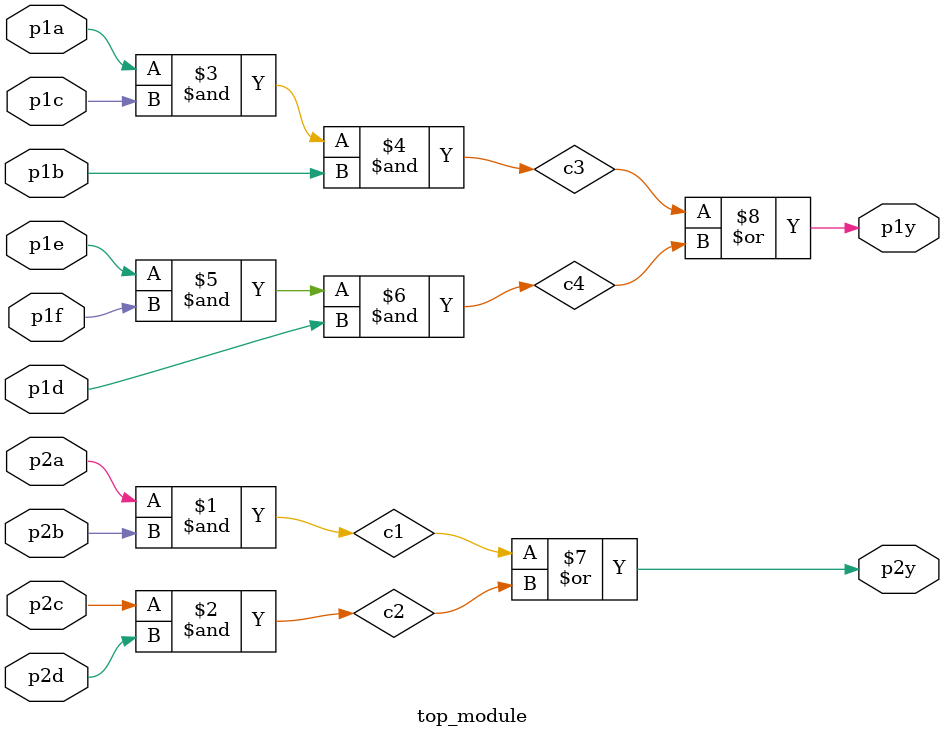
<source format=v>
module top_module ( 
    input p1a, p1b, p1c, p1d, p1e, p1f,
    output p1y,
    input p2a, p2b, p2c, p2d,
    output p2y );
    wire c1,c2,c3,c4;
    assign c1=p2a&p2b;
    assign c2=p2c&p2d;
    assign c3=p1a&p1c&p1b;
    assign c4=p1e&p1f&p1d;
    assign p2y=c1|c2;
    assign p1y=c3|c4;


endmodule
</source>
